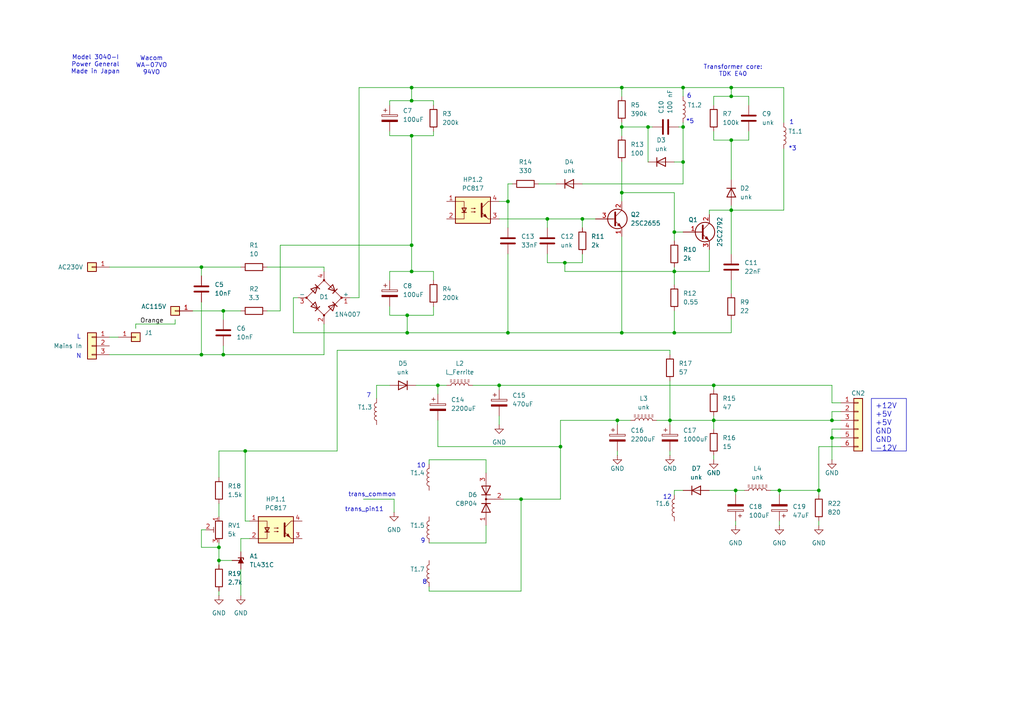
<source format=kicad_sch>
(kicad_sch (version 20231120) (generator "eeschema") (generator_version "8.0")
  (paper "A4")
  (title_block (company "JDat aka YL3AKC"))
  (lib_symbols
    (symbol "Connector_Generic:Conn_01x01" (pin_names (offset 1.016) hide)
      (property "Reference" "J" (at 0 2.54 0))
      (property "Value" "Conn_01x01" (at 0 -2.54 0))
      (symbol "Conn_01x01_1_1"
        (rectangle (start -1.27 0.127) (end 0 -0.127) (stroke (width 0.1524)))
        (rectangle (start -1.27 1.27) (end 1.27 -1.27) (stroke (width 0.254)) (fill (type background)))
        (pin passive line (at -5.08 0 0) (length 3.81) (name "Pin_1") (number "1"))
      )
    )
    (symbol "Connector_Generic:Conn_01x03" (pin_names (offset 1.016) hide)
      (property "Reference" "J" (at 0 5.08 0))
      (property "Value" "Conn_01x03" (at 0 -5.08 0))
      (symbol "Conn_01x03_1_1"
        (rectangle (start -1.27 -2.413) (end 0 -2.667) (stroke (width 0.1524)))
        (rectangle (start -1.27 0.127) (end 0 -0.127) (stroke (width 0.1524)))
        (rectangle (start -1.27 2.667) (end 0 2.413) (stroke (width 0.1524)))
        (rectangle (start -1.27 3.81) (end 1.27 -3.81) (stroke (width 0.254)) (fill (type background)))
        (pin passive line (at -5.08 2.54 0) (length 3.81) (name "Pin_1") (number "1"))
        (pin passive line (at -5.08 0 0) (length 3.81) (name "Pin_2") (number "2"))
        (pin passive line (at -5.08 -2.54 0) (length 3.81) (name "Pin_3") (number "3"))
      )
    )
    (symbol "Connector_Generic:Conn_01x06" (pin_names (offset 1.016) hide)
      (property "Reference" "J" (at 0 7.62 0))
      (property "Value" "Conn_01x06" (at 0 -10.16 0))
      (symbol "Conn_01x06_1_1"
        (rectangle (start -1.27 -7.493) (end 0 -7.747) (stroke (width 0.1524)))
        (rectangle (start -1.27 -4.953) (end 0 -5.207) (stroke (width 0.1524)))
        (rectangle (start -1.27 -2.413) (end 0 -2.667) (stroke (width 0.1524)))
        (rectangle (start -1.27 0.127) (end 0 -0.127) (stroke (width 0.1524)))
        (rectangle (start -1.27 2.667) (end 0 2.413) (stroke (width 0.1524)))
        (rectangle (start -1.27 5.207) (end 0 4.953) (stroke (width 0.1524)))
        (rectangle (start -1.27 6.35) (end 1.27 -8.89) (stroke (width 0.254)) (fill (type background)))
        (pin passive line (at -5.08 5.08 0) (length 3.81) (name "Pin_1") (number "1"))
        (pin passive line (at -5.08 2.54 0) (length 3.81) (name "Pin_2") (number "2"))
        (pin passive line (at -5.08 0 0) (length 3.81) (name "Pin_3") (number "3"))
        (pin passive line (at -5.08 -2.54 0) (length 3.81) (name "Pin_4") (number "4"))
        (pin passive line (at -5.08 -5.08 0) (length 3.81) (name "Pin_5") (number "5"))
        (pin passive line (at -5.08 -7.62 0) (length 3.81) (name "Pin_6") (number "6"))
      )
    )
    (symbol "Device:C" (pin_numbers hide) (pin_names (offset 0.254))
      (property "Reference" "C" (at 0.635 2.54 0))
      (property "Value" "C" (at 0.635 -2.54 0))
      (symbol "C_0_1"
        (polyline (pts (xy -2.032 -0.762) (xy 2.032 -0.762)) (stroke (width 0.508)))
        (polyline (pts (xy -2.032 0.762) (xy 2.032 0.762)) (stroke (width 0.508)))
      )
      (symbol "C_1_1"
        (pin passive line (at 0 3.81 270) (length 2.794) (name "~") (number "1"))
        (pin passive line (at 0 -3.81 90) (length 2.794) (name "~") (number "2"))
      )
    )
    (symbol "Device:C_Polarized" (pin_numbers hide) (pin_names (offset 0.254))
      (property "Reference" "C" (at 0.635 2.54 0))
      (property "Value" "C_Polarized" (at 0.635 -2.54 0))
      (symbol "C_Polarized_0_1"
        (rectangle (start -2.286 0.508) (end 2.286 1.016))
        (polyline (pts (xy -1.778 2.286) (xy -0.762 2.286)))
        (polyline (pts (xy -1.27 2.794) (xy -1.27 1.778)))
        (rectangle (start 2.286 -0.508) (end -2.286 -1.016) (fill (type outline)))
      )
      (symbol "C_Polarized_1_1"
        (pin passive line (at 0 3.81 270) (length 2.794) (name "~") (number "1"))
        (pin passive line (at 0 -3.81 90) (length 2.794) (name "~") (number "2"))
      )
    )
    (symbol "Device:D" (pin_numbers hide) (pin_names (offset 1.016) hide)
      (property "Reference" "D" (at 0 2.54 0))
      (property "Value" "D" (at 0 -2.54 0))
      (symbol "D_0_1"
        (polyline (pts (xy -1.27 1.27) (xy -1.27 -1.27)) (stroke (width 0.254)))
        (polyline (pts (xy 1.27 0) (xy -1.27 0)))
        (polyline (pts (xy 1.27 1.27) (xy 1.27 -1.27) (xy -1.27 0) (xy 1.27 1.27)) (stroke (width 0.254)))
      )
      (symbol "D_1_1"
        (pin passive line (at -3.81 0 0) (length 2.54) (name "K") (number "1"))
        (pin passive line (at 3.81 0 180) (length 2.54) (name "A") (number "2"))
      )
    )
    (symbol "Device:D_Bridge_+A-A" (pin_names (offset 0))
      (property "Reference" "D" (at 2.54 6.985 0))
      (property "Value" "D_Bridge_+A-A" (at 2.54 5.08 0))
      (symbol "D_Bridge_+A-A_0_1"
        (circle (center -5.08 0) (radius 0.254) (fill (type outline)))
        (circle (center 0 -5.08) (radius 0.254) (fill (type outline)))
        (polyline (pts (xy -2.54 3.81) (xy -1.27 2.54)) (stroke (width 0.254)))
        (polyline (pts (xy -1.27 -2.54) (xy -2.54 -3.81)) (stroke (width 0.254)))
        (polyline (pts (xy 2.54 -1.27) (xy 3.81 -2.54)) (stroke (width 0.254)))
        (polyline (pts (xy 2.54 1.27) (xy 3.81 2.54)) (stroke (width 0.254)))
        (polyline (pts (xy -3.81 2.54) (xy -2.54 1.27) (xy -1.905 3.175) (xy -3.81 2.54)) (stroke (width 0.254)))
        (polyline (pts (xy -2.54 -1.27) (xy -3.81 -2.54) (xy -1.905 -3.175) (xy -2.54 -1.27)) (stroke (width 0.254)))
        (polyline (pts (xy 1.27 2.54) (xy 2.54 3.81) (xy 3.175 1.905) (xy 1.27 2.54)) (stroke (width 0.254)))
        (polyline (pts (xy 3.175 -1.905) (xy 1.27 -2.54) (xy 2.54 -3.81) (xy 3.175 -1.905)) (stroke (width 0.254)))
        (polyline (pts (xy -5.08 0) (xy 0 -5.08) (xy 5.08 0) (xy 0 5.08) (xy -5.08 0)))
        (circle (center 0 5.08) (radius 0.254) (fill (type outline)))
        (circle (center 5.08 0) (radius 0.254) (fill (type outline)))
      )
      (symbol "D_Bridge_+A-A_1_1"
        (pin passive line (at 7.62 0 180) (length 2.54) (name "+") (number "1"))
        (pin passive line (at 0 -7.62 90) (length 2.54) (name "~") (number "2"))
        (pin passive line (at -7.62 0 0) (length 2.54) (name "-") (number "3"))
        (pin passive line (at 0 7.62 270) (length 2.54) (name "~") (number "4"))
      )
    )
    (symbol "Device:D_Dual_CommonCathode_AKA" (pin_names (offset 0.762) hide)
      (property "Reference" "D" (at 1.27 -2.54 0))
      (property "Value" "D_Dual_CommonCathode_AKA" (at 0 2.54 0))
      (symbol "D_Dual_CommonCathode_AKA_0_1"
        (polyline (pts (xy 0 0) (xy 0 -2.54)))
        (polyline (pts (xy 3.81 0) (xy -3.81 0)))
        (polyline (pts (xy -1.27 -1.27) (xy -1.27 1.27) (xy -1.27 1.27)) (stroke (width 0.254)))
        (polyline (pts (xy 1.27 -1.27) (xy 1.27 1.27) (xy 1.27 1.27)) (stroke (width 0.254)))
        (polyline (pts (xy -3.81 1.27) (xy -1.27 0) (xy -3.81 -1.27) (xy -3.81 1.27) (xy -3.81 1.27) (xy -3.81 1.27)) (stroke (width 0.254)))
        (polyline (pts (xy 3.81 -1.27) (xy 1.27 0) (xy 3.81 1.27) (xy 3.81 -1.27) (xy 3.81 -1.27) (xy 3.81 -1.27)) (stroke (width 0.254)))
        (circle (center 0 0) (radius 0.254) (fill (type outline)))
        (pin passive line (at -7.62 0 0) (length 3.81) (name "A") (number "1"))
        (pin passive line (at 0 -5.08 90) (length 2.54) (name "K") (number "2"))
        (pin passive line (at 7.62 0 180) (length 3.81) (name "A") (number "3"))
      )
    )
    (symbol "Device:L" (pin_numbers hide) (pin_names (offset 1.016) hide)
      (property "Reference" "L" (at -1.27 0 90))
      (property "Value" "L" (at 1.905 0 90))
      (symbol "L_0_1"
        (arc (start 0 -2.54) (mid 0.6323 -1.905) (end 0 -1.27))
        (arc (start 0 -1.27) (mid 0.6323 -0.635) (end 0 0))
        (arc (start 0 0) (mid 0.6323 0.635) (end 0 1.27))
        (arc (start 0 1.27) (mid 0.6323 1.905) (end 0 2.54))
      )
      (symbol "L_1_1"
        (pin passive line (at 0 3.81 270) (length 1.27) (name "1") (number "1"))
        (pin passive line (at 0 -3.81 90) (length 1.27) (name "2") (number "2"))
      )
    )
    (symbol "Device:L_Ferrite" (pin_numbers hide) (pin_names (offset 1.016) hide)
      (property "Reference" "L" (at -1.27 0 90))
      (property "Value" "L_Ferrite" (at 2.794 0 90))
      (symbol "L_Ferrite_0_1"
        (arc (start 0 -2.54) (mid 0.6323 -1.905) (end 0 -1.27))
        (arc (start 0 -1.27) (mid 0.6323 -0.635) (end 0 0))
        (polyline (pts (xy 1.016 -2.794) (xy 1.016 -2.286)))
        (polyline (pts (xy 1.016 -1.778) (xy 1.016 -1.27)))
        (polyline (pts (xy 1.016 -0.762) (xy 1.016 -0.254)))
        (polyline (pts (xy 1.016 0.254) (xy 1.016 0.762)))
        (polyline (pts (xy 1.016 1.27) (xy 1.016 1.778)))
        (polyline (pts (xy 1.016 2.286) (xy 1.016 2.794)))
        (polyline (pts (xy 1.524 -2.286) (xy 1.524 -2.794)))
        (polyline (pts (xy 1.524 -1.27) (xy 1.524 -1.778)))
        (polyline (pts (xy 1.524 -0.254) (xy 1.524 -0.762)))
        (polyline (pts (xy 1.524 0.762) (xy 1.524 0.254)))
        (polyline (pts (xy 1.524 1.778) (xy 1.524 1.27)))
        (polyline (pts (xy 1.524 2.794) (xy 1.524 2.286)))
        (arc (start 0 0) (mid 0.6323 0.635) (end 0 1.27))
        (arc (start 0 1.27) (mid 0.6323 1.905) (end 0 2.54))
      )
      (symbol "L_Ferrite_1_1"
        (pin passive line (at 0 3.81 270) (length 1.27) (name "1") (number "1"))
        (pin passive line (at 0 -3.81 90) (length 1.27) (name "2") (number "2"))
      )
    )
    (symbol "Device:R" (pin_numbers hide) (pin_names (offset 0))
      (property "Reference" "R" (at 2.032 0 90))
      (property "Value" "R" (at 0 0 90))
      (symbol "R_0_1"
        (rectangle (start -1.016 -2.54) (end 1.016 2.54) (stroke (width 0.254)))
      )
      (symbol "R_1_1"
        (pin passive line (at 0 3.81 270) (length 1.27) (name "~") (number "1"))
        (pin passive line (at 0 -3.81 90) (length 1.27) (name "~") (number "2"))
      )
    )
    (symbol "Device:R_Potentiometer_Trim" (pin_names (offset 1.016) hide)
      (property "Reference" "RV" (at -4.445 0 90))
      (property "Value" "R_Potentiometer_Trim" (at -2.54 0 90))
      (symbol "R_Potentiometer_Trim_0_1"
        (polyline (pts (xy 1.524 0.762) (xy 1.524 -0.762)))
        (polyline (pts (xy 2.54 0) (xy 1.524 0)))
        (rectangle (start 1.016 2.54) (end -1.016 -2.54) (stroke (width 0.254)))
      )
      (symbol "R_Potentiometer_Trim_1_1"
        (pin passive line (at 0 3.81 270) (length 1.27) (name "1") (number "1"))
        (pin passive line (at 3.81 0 180) (length 1.27) (name "2") (number "2"))
        (pin passive line (at 0 -3.81 90) (length 1.27) (name "3") (number "3"))
      )
    )
    (symbol "Isolator:PC817" (pin_names (offset 1.016))
      (property "Reference" "U" (at -5.08 5.08 0))
      (property "Value" "PC817" (at 0 5.08 0))
      (symbol "PC817_0_1"
        (rectangle (start -5.08 3.81) (end 5.08 -3.81) (stroke (width 0.254)) (fill (type background)))
        (polyline (pts (xy -3.175 -0.635) (xy -1.905 -0.635)) (stroke (width 0.254)))
        (polyline (pts (xy 2.54 0.635) (xy 4.445 2.54)))
        (polyline (pts (xy 4.445 -2.54) (xy 2.54 -0.635)) (fill (type outline)))
        (polyline (pts (xy 4.445 -2.54) (xy 5.08 -2.54)))
        (polyline (pts (xy 4.445 2.54) (xy 5.08 2.54)))
        (polyline (pts (xy -5.08 2.54) (xy -2.54 2.54) (xy -2.54 -0.635)))
        (polyline (pts (xy -2.54 -0.635) (xy -2.54 -2.54) (xy -5.08 -2.54)))
        (polyline (pts (xy 2.54 1.905) (xy 2.54 -1.905) (xy 2.54 -1.905)) (stroke (width 0.508)))
        (polyline (pts (xy -2.54 -0.635) (xy -3.175 0.635) (xy -1.905 0.635) (xy -2.54 -0.635)) (stroke (width 0.254)))
        (polyline (pts (xy -0.508 -0.508) (xy 0.762 -0.508) (xy 0.381 -0.635) (xy 0.381 -0.381) (xy 0.762 -0.508)))
        (polyline (pts (xy -0.508 0.508) (xy 0.762 0.508) (xy 0.381 0.381) (xy 0.381 0.635) (xy 0.762 0.508)))
        (polyline (pts (xy 3.048 -1.651) (xy 3.556 -1.143) (xy 4.064 -2.159) (xy 3.048 -1.651) (xy 3.048 -1.651)) (fill (type outline)))
      )
      (symbol "PC817_1_1"
        (pin passive line (at -7.62 2.54 0) (length 2.54) (name "~") (number "1"))
        (pin passive line (at -7.62 -2.54 0) (length 2.54) (name "~") (number "2"))
        (pin passive line (at 7.62 -2.54 180) (length 2.54) (name "~") (number "3"))
        (pin passive line (at 7.62 2.54 180) (length 2.54) (name "~") (number "4"))
      )
    )
    (symbol "Reference_Voltage:TL431LP" (pin_numbers hide) (pin_names hide)
      (property "Reference" "U" (at -2.54 2.54 0))
      (property "Value" "TL431LP" (at 0 -2.54 0))
      (symbol "TL431LP_0_1"
        (polyline (pts (xy -1.27 0) (xy 0 0) (xy 1.27 0)))
        (polyline (pts (xy -0.762 -0.762) (xy -0.762 0.762) (xy 0.762 0) (xy -0.762 -0.762)) (fill (type outline)))
        (polyline (pts (xy 0.254 -0.762) (xy 0.762 -0.762) (xy 0.762 0.762) (xy 0.762 0.762)) (stroke (width 0.254)))
      )
      (symbol "TL431LP_1_1"
        (pin passive line (at 0 2.54 270) (length 2.54) (name "REF") (number "1"))
        (pin passive line (at -2.54 0 0) (length 2.54) (name "A") (number "2"))
        (pin passive line (at 2.54 0 180) (length 2.54) (name "K") (number "3"))
      )
    )
    (symbol "Transistor_BJT:2SC1815" (pin_names (offset 0) hide)
      (property "Reference" "Q" (at 5.08 1.905 0))
      (property "Value" "2SC1815" (at 5.08 0 0))
      (symbol "2SC1815_0_1"
        (polyline (pts (xy 0 0) (xy 0.508 0)))
        (polyline (pts (xy 0.635 0.635) (xy 2.54 2.54)))
        (polyline (pts (xy 0.635 -0.635) (xy 2.54 -2.54) (xy 2.54 -2.54)))
        (polyline (pts (xy 0.635 1.905) (xy 0.635 -1.905) (xy 0.635 -1.905)) (stroke (width 0.508)))
        (polyline (pts (xy 1.27 -1.778) (xy 1.778 -1.27) (xy 2.286 -2.286) (xy 1.27 -1.778) (xy 1.27 -1.778)) (fill (type outline)))
        (circle (center 1.27 0) (radius 2.8194) (stroke (width 0.254)))
      )
      (symbol "2SC1815_1_1"
        (pin passive line (at 2.54 -5.08 90) (length 2.54) (name "E") (number "1"))
        (pin passive line (at 2.54 5.08 270) (length 2.54) (name "C") (number "2"))
        (pin input line (at -5.08 0 0) (length 5.08) (name "B") (number "3"))
      )
    )
    (symbol "Transistor_BJT:TIP3055G" (pin_names (offset 0) hide)
      (property "Reference" "Q" (at 5.08 1.905 0))
      (property "Value" "TIP3055G" (at 5.08 0 0))
      (symbol "TIP3055G_0_1"
        (polyline (pts (xy 0.635 0.635) (xy 2.54 2.54)))
        (polyline (pts (xy 0.635 -0.635) (xy 2.54 -2.54) (xy 2.54 -2.54)))
        (polyline (pts (xy 0.635 1.905) (xy 0.635 -1.905) (xy 0.635 -1.905)) (stroke (width 0.508)))
        (polyline (pts (xy 1.27 -1.778) (xy 1.778 -1.27) (xy 2.286 -2.286) (xy 1.27 -1.778) (xy 1.27 -1.778)) (fill (type outline)))
        (circle (center 1.27 0) (radius 2.8194) (stroke (width 0.254)))
      )
      (symbol "TIP3055G_1_1"
        (pin input line (at -5.08 0 0) (length 5.715) (name "B") (number "1"))
        (pin passive line (at 2.54 5.08 270) (length 2.54) (name "C") (number "2"))
        (pin passive line (at 2.54 -5.08 90) (length 2.54) (name "E") (number "3"))
      )
    )
    (symbol "power:GND" (power) (pin_numbers hide) (pin_names (offset 0) hide)
      (property "Value" "GND" (at 0 -3.81 0))
      (symbol "GND_0_1"
        (polyline (pts (xy 0 0) (xy 0 -1.27) (xy 1.27 -1.27) (xy 0 -2.54) (xy -1.27 -1.27) (xy 0 -1.27)))
      )
      (symbol "GND_1_1"
        (pin power_in line (at 0 0 270) (length 0) (name "~") (number "1"))
      )
    )
  )
  (junction (at 64.77 90.17))
  (junction (at 158.75 63.5))
  (junction (at 163.83 76.2))
  (junction (at 118.11 96.52))
  (junction (at 180.34 25.4))
  (junction (at 212.09 60.96))
  (junction (at 151.13 144.78))
  (junction (at 195.58 67.31))
  (junction (at 168.91 63.5))
  (junction (at 180.34 55.88))
  (junction (at 147.32 96.52))
  (junction (at 187.96 36.83))
  (junction (at 119.38 78.74))
  (junction (at 213.36 142.24))
  (junction (at 198.12 46.99))
  (junction (at 237.49 142.24))
  (junction (at 212.09 27.94))
  (junction (at 119.38 71.12))
  (junction (at 64.77 102.87))
  (junction (at 198.12 36.83))
  (junction (at 58.42 77.47))
  (junction (at 119.38 25.4))
  (junction (at 195.58 78.74))
  (junction (at 226.06 142.24))
  (junction (at 241.3 127))
  (junction (at 119.38 29.21))
  (junction (at 162.56 129.54))
  (junction (at 180.34 96.52))
  (junction (at 207.01 121.92))
  (junction (at 198.12 25.4))
  (junction (at 194.31 121.92))
  (junction (at 71.12 130.81))
  (junction (at 63.5 162.56))
  (junction (at 58.42 102.87))
  (junction (at 63.5 158.75))
  (junction (at 147.32 58.42))
  (junction (at 212.09 25.4))
  (junction (at 241.3 121.92))
  (junction (at 127 111.76))
  (junction (at 207.01 111.76))
  (junction (at 212.09 40.64))
  (junction (at 179.07 121.92))
  (junction (at 180.34 36.83))
  (junction (at 118.11 91.44))
  (junction (at 144.78 111.76))
  (junction (at 119.38 39.37))
  (junction (at 195.58 96.52))
  (wire (pts (xy 195.58 78.74) (xy 205.74 78.74)))
  (wire (pts (xy 163.83 76.2) (xy 163.83 78.74)))
  (wire (pts (xy 194.31 132.08) (xy 194.31 130.81)))
  (wire (pts (xy 97.79 130.81) (xy 71.12 130.81)))
  (wire (pts (xy 187.96 36.83) (xy 189.23 36.83)))
  (wire (pts (xy 195.58 90.17) (xy 195.58 96.52)))
  (wire (pts (xy 63.5 146.05) (xy 63.5 149.86)))
  (wire (pts (xy 198.12 36.83) (xy 198.12 35.56)))
  (wire (pts (xy 63.5 157.48) (xy 63.5 158.75)))
  (wire (pts (xy 168.91 73.66) (xy 168.91 76.2)))
  (wire (pts (xy 59.69 153.67) (xy 58.42 153.67)))
  (wire (pts (xy 241.3 127) (xy 243.84 127)))
  (wire (pts (xy 205.74 142.24) (xy 213.36 142.24)))
  (wire (pts (xy 125.73 39.37) (xy 119.38 39.37)))
  (wire (pts (xy 168.91 63.5) (xy 172.72 63.5)))
  (wire (pts (xy 124.46 171.45) (xy 124.46 170.18)))
  (wire (pts (xy 105.41 144.78) (xy 114.3 144.78)))
  (wire (pts (xy 137.16 111.76) (xy 144.78 111.76)))
  (wire (pts (xy 64.77 90.17) (xy 69.85 90.17)))
  (wire (pts (xy 241.3 116.84) (xy 241.3 111.76)))
  (wire (pts (xy 207.01 121.92) (xy 194.31 121.92)))
  (wire (pts (xy 158.75 63.5) (xy 168.91 63.5)))
  (wire (pts (xy 104.14 25.4) (xy 104.14 86.36)))
  (wire (pts (xy 195.58 77.47) (xy 195.58 78.74)))
  (wire (pts (xy 180.34 25.4) (xy 198.12 25.4)))
  (wire (pts (xy 217.17 40.64) (xy 212.09 40.64)))
  (wire (pts (xy 119.38 71.12) (xy 119.38 78.74)))
  (wire (pts (xy 120.65 111.76) (xy 127 111.76)))
  (wire (pts (xy 180.34 55.88) (xy 195.58 55.88)))
  (wire (pts (xy 226.06 142.24) (xy 237.49 142.24)))
  (wire (pts (xy 212.09 27.94) (xy 212.09 25.4)))
  (wire (pts (xy 213.36 142.24) (xy 213.36 143.51)))
  (wire (pts (xy 127 121.92) (xy 127 129.54)))
  (wire (pts (xy 158.75 76.2) (xy 163.83 76.2)))
  (wire (pts (xy 67.31 162.56) (xy 63.5 162.56)))
  (wire (pts (xy 114.3 144.78) (xy 114.3 148.59)))
  (wire (pts (xy 113.03 88.9) (xy 113.03 91.44)))
  (wire (pts (xy 215.9 142.24) (xy 213.36 142.24)))
  (wire (pts (xy 212.09 27.94) (xy 217.17 27.94)))
  (wire (pts (xy 156.21 53.34) (xy 161.29 53.34)))
  (wire (pts (xy 109.22 111.76) (xy 109.22 115.57)))
  (wire (pts (xy 243.84 116.84) (xy 241.3 116.84)))
  (wire (pts (xy 77.47 77.47) (xy 93.98 77.47)))
  (wire (pts (xy 194.31 121.92) (xy 194.31 123.19)))
  (wire (pts (xy 118.11 91.44) (xy 118.11 96.52)))
  (wire (pts (xy 144.78 63.5) (xy 158.75 63.5)))
  (wire (pts (xy 198.12 36.83) (xy 198.12 46.99)))
  (wire (pts (xy 223.52 142.24) (xy 226.06 142.24)))
  (wire (pts (xy 125.73 30.48) (xy 125.73 29.21)))
  (wire (pts (xy 127 129.54) (xy 162.56 129.54)))
  (wire (pts (xy 124.46 133.35) (xy 140.97 133.35)))
  (wire (pts (xy 226.06 143.51) (xy 226.06 142.24)))
  (wire (pts (xy 237.49 129.54) (xy 237.49 142.24)))
  (wire (pts (xy 162.56 121.92) (xy 162.56 129.54)))
  (wire (pts (xy 243.84 121.92) (xy 241.3 121.92)))
  (wire (pts (xy 187.96 36.83) (xy 187.96 46.99)))
  (wire (pts (xy 207.01 30.48) (xy 207.01 27.94)))
  (wire (pts (xy 69.85 156.21) (xy 69.85 160.02)))
  (wire (pts (xy 207.01 27.94) (xy 212.09 27.94)))
  (wire (pts (xy 72.39 151.13) (xy 71.12 151.13)))
  (wire (pts (xy 227.33 43.18) (xy 227.33 60.96)))
  (wire (pts (xy 207.01 40.64) (xy 207.01 38.1)))
  (wire (pts (xy 198.12 67.31) (xy 195.58 67.31)))
  (wire (pts (xy 180.34 58.42) (xy 180.34 55.88)))
  (wire (pts (xy 198.12 25.4) (xy 198.12 27.94)))
  (wire (pts (xy 207.01 120.65) (xy 207.01 121.92)))
  (wire (pts (xy 195.58 142.24) (xy 195.58 143.51)))
  (wire (pts (xy 180.34 46.99) (xy 180.34 55.88)))
  (wire (pts (xy 237.49 142.24) (xy 237.49 143.51)))
  (wire (pts (xy 34.29 97.79) (xy 31.75 97.79)))
  (wire (pts (xy 71.12 130.81) (xy 63.5 130.81)))
  (wire (pts (xy 194.31 110.49) (xy 194.31 121.92)))
  (wire (pts (xy 162.56 121.92) (xy 179.07 121.92)))
  (wire (pts (xy 237.49 129.54) (xy 243.84 129.54)))
  (wire (pts (xy 194.31 101.6) (xy 97.79 101.6)))
  (wire (pts (xy 158.75 63.5) (xy 158.75 66.04)))
  (wire (pts (xy 226.06 152.4) (xy 226.06 151.13)))
  (wire (pts (xy 212.09 40.64) (xy 207.01 40.64)))
  (wire (pts (xy 205.74 60.96) (xy 212.09 60.96)))
  (wire (pts (xy 64.77 90.17) (xy 64.77 92.71)))
  (wire (pts (xy 125.73 91.44) (xy 118.11 91.44)))
  (wire (pts (xy 212.09 92.71) (xy 212.09 96.52)))
  (wire (pts (xy 124.46 134.62) (xy 124.46 133.35)))
  (wire (pts (xy 205.74 72.39) (xy 205.74 78.74)))
  (wire (pts (xy 168.91 63.5) (xy 168.91 66.04)))
  (wire (pts (xy 163.83 78.74) (xy 195.58 78.74)))
  (wire (pts (xy 118.11 96.52) (xy 147.32 96.52)))
  (wire (pts (xy 125.73 29.21) (xy 119.38 29.21)))
  (wire (pts (xy 213.36 152.4) (xy 213.36 151.13)))
  (wire (pts (xy 119.38 39.37) (xy 119.38 71.12)))
  (wire (pts (xy 125.73 88.9) (xy 125.73 91.44)))
  (wire (pts (xy 31.75 102.87) (xy 58.42 102.87)))
  (wire (pts (xy 147.32 96.52) (xy 180.34 96.52)))
  (wire (pts (xy 58.42 80.01) (xy 58.42 77.47)))
  (wire (pts (xy 119.38 25.4) (xy 119.38 29.21)))
  (wire (pts (xy 93.98 77.47) (xy 93.98 78.74)))
  (wire (pts (xy 195.58 55.88) (xy 195.58 67.31)))
  (wire (pts (xy 196.85 36.83) (xy 198.12 36.83)))
  (wire (pts (xy 140.97 133.35) (xy 140.97 137.16)))
  (wire (pts (xy 127 111.76) (xy 127 114.3)))
  (wire (pts (xy 212.09 81.28) (xy 212.09 85.09)))
  (wire (pts (xy 119.38 39.37) (xy 113.03 39.37)))
  (wire (pts (xy 144.78 58.42) (xy 147.32 58.42)))
  (wire (pts (xy 125.73 81.28) (xy 125.73 78.74)))
  (wire (pts (xy 227.33 35.56) (xy 227.33 25.4)))
  (wire (pts (xy 144.78 111.76) (xy 207.01 111.76)))
  (wire (pts (xy 205.74 62.23) (xy 205.74 60.96)))
  (wire (pts (xy 198.12 25.4) (xy 212.09 25.4)))
  (wire (pts (xy 217.17 38.1) (xy 217.17 40.64)))
  (wire (pts (xy 207.01 121.92) (xy 207.01 124.46)))
  (wire (pts (xy 207.01 133.35) (xy 207.01 132.08)))
  (wire (pts (xy 195.58 67.31) (xy 195.58 69.85)))
  (wire (pts (xy 119.38 25.4) (xy 180.34 25.4)))
  (wire (pts (xy 104.14 86.36) (xy 101.6 86.36)))
  (wire (pts (xy 39.37 93.98) (xy 39.37 95.25)))
  (wire (pts (xy 85.09 96.52) (xy 118.11 96.52)))
  (wire (pts (xy 125.73 78.74) (xy 119.38 78.74)))
  (wire (pts (xy 58.42 158.75) (xy 63.5 158.75)))
  (wire (pts (xy 243.84 124.46) (xy 241.3 124.46)))
  (wire (pts (xy 71.12 151.13) (xy 71.12 130.81)))
  (wire (pts (xy 212.09 60.96) (xy 212.09 73.66)))
  (wire (pts (xy 63.5 130.81) (xy 63.5 138.43)))
  (wire (pts (xy 198.12 46.99) (xy 198.12 53.34)))
  (wire (pts (xy 147.32 58.42) (xy 147.32 66.04)))
  (wire (pts (xy 151.13 144.78) (xy 162.56 144.78)))
  (wire (pts (xy 113.03 111.76) (xy 109.22 111.76)))
  (wire (pts (xy 147.32 73.66) (xy 147.32 96.52)))
  (wire (pts (xy 180.34 68.58) (xy 180.34 96.52)))
  (wire (pts (xy 180.34 96.52) (xy 195.58 96.52)))
  (wire (pts (xy 180.34 36.83) (xy 180.34 39.37)))
  (wire (pts (xy 195.58 96.52) (xy 212.09 96.52)))
  (wire (pts (xy 64.77 102.87) (xy 93.98 102.87)))
  (wire (pts (xy 180.34 25.4) (xy 180.34 27.94)))
  (wire (pts (xy 162.56 129.54) (xy 162.56 144.78)))
  (wire (pts (xy 104.14 25.4) (xy 119.38 25.4)))
  (wire (pts (xy 241.3 119.38) (xy 243.84 119.38)))
  (wire (pts (xy 113.03 29.21) (xy 113.03 30.48)))
  (wire (pts (xy 31.75 77.47) (xy 58.42 77.47)))
  (wire (pts (xy 50.8 92.71) (xy 50.8 93.98)))
  (wire (pts (xy 63.5 158.75) (xy 63.5 162.56)))
  (wire (pts (xy 93.98 102.87) (xy 93.98 93.98)))
  (wire (pts (xy 158.75 73.66) (xy 158.75 76.2)))
  (wire (pts (xy 212.09 60.96) (xy 227.33 60.96)))
  (wire (pts (xy 168.91 53.34) (xy 198.12 53.34)))
  (wire (pts (xy 241.3 124.46) (xy 241.3 127)))
  (wire (pts (xy 198.12 142.24) (xy 195.58 142.24)))
  (wire (pts (xy 212.09 25.4) (xy 227.33 25.4)))
  (wire (pts (xy 241.3 127) (xy 241.3 133.35)))
  (wire (pts (xy 81.28 90.17) (xy 77.47 90.17)))
  (wire (pts (xy 147.32 53.34) (xy 148.59 53.34)))
  (wire (pts (xy 207.01 111.76) (xy 241.3 111.76)))
  (wire (pts (xy 179.07 132.08) (xy 179.07 130.81)))
  (wire (pts (xy 55.88 90.17) (xy 64.77 90.17)))
  (wire (pts (xy 207.01 111.76) (xy 207.01 113.03)))
  (wire (pts (xy 144.78 120.65) (xy 144.78 123.19)))
  (wire (pts (xy 113.03 78.74) (xy 113.03 81.28)))
  (wire (pts (xy 119.38 29.21) (xy 113.03 29.21)))
  (wire (pts (xy 241.3 121.92) (xy 241.3 119.38)))
  (wire (pts (xy 63.5 162.56) (xy 63.5 163.83)))
  (wire (pts (xy 85.09 86.36) (xy 85.09 96.52)))
  (wire (pts (xy 119.38 78.74) (xy 113.03 78.74)))
  (wire (pts (xy 81.28 90.17) (xy 81.28 71.12)))
  (wire (pts (xy 144.78 113.03) (xy 144.78 111.76)))
  (wire (pts (xy 58.42 153.67) (xy 58.42 158.75)))
  (wire (pts (xy 146.05 144.78) (xy 151.13 144.78)))
  (wire (pts (xy 69.85 165.1) (xy 69.85 172.72)))
  (wire (pts (xy 163.83 76.2) (xy 168.91 76.2)))
  (wire (pts (xy 63.5 171.45) (xy 63.5 172.72)))
  (wire (pts (xy 58.42 102.87) (xy 64.77 102.87)))
  (wire (pts (xy 151.13 171.45) (xy 151.13 144.78)))
  (wire (pts (xy 195.58 46.99) (xy 198.12 46.99)))
  (wire (pts (xy 125.73 38.1) (xy 125.73 39.37)))
  (wire (pts (xy 179.07 121.92) (xy 179.07 123.19)))
  (wire (pts (xy 190.5 121.92) (xy 194.31 121.92)))
  (wire (pts (xy 50.8 93.98) (xy 39.37 93.98)))
  (wire (pts (xy 129.54 111.76) (xy 127 111.76)))
  (wire (pts (xy 147.32 53.34) (xy 147.32 58.42)))
  (wire (pts (xy 81.28 71.12) (xy 119.38 71.12)))
  (wire (pts (xy 58.42 77.47) (xy 69.85 77.47)))
  (wire (pts (xy 217.17 27.94) (xy 217.17 30.48)))
  (wire (pts (xy 237.49 151.13) (xy 237.49 152.4)))
  (wire (pts (xy 58.42 87.63) (xy 58.42 102.87)))
  (wire (pts (xy 64.77 102.87) (xy 64.77 100.33)))
  (wire (pts (xy 180.34 36.83) (xy 187.96 36.83)))
  (wire (pts (xy 180.34 35.56) (xy 180.34 36.83)))
  (wire (pts (xy 118.11 91.44) (xy 113.03 91.44)))
  (wire (pts (xy 140.97 152.4) (xy 140.97 157.48)))
  (wire (pts (xy 97.79 101.6) (xy 97.79 130.81)))
  (wire (pts (xy 194.31 102.87) (xy 194.31 101.6)))
  (wire (pts (xy 113.03 38.1) (xy 113.03 39.37)))
  (wire (pts (xy 195.58 78.74) (xy 195.58 82.55)))
  (wire (pts (xy 207.01 121.92) (xy 241.3 121.92)))
  (wire (pts (xy 182.88 121.92) (xy 179.07 121.92)))
  (wire (pts (xy 72.39 156.21) (xy 69.85 156.21)))
  (wire (pts (xy 124.46 157.48) (xy 140.97 157.48)))
  (wire (pts (xy 212.09 59.69) (xy 212.09 60.96)))
  (wire (pts (xy 124.46 171.45) (xy 151.13 171.45)))
  (wire (pts (xy 212.09 40.64) (xy 212.09 52.07)))
  (wire (pts (xy 86.36 86.36) (xy 85.09 86.36)))
  (text_box "+12V\n+5V\n+5V\nGND\nGND\n-12V" (at 252.73 115.57 0) (size 10.16 15.24) (effects (font (size 1.524 1.524)) (justify left top)))
  (text "7" (at 106.934 114.808 0) (effects (font (size 1.27 1.27))))
  (text "9" (at 122.682 156.972 0) (effects (font (size 1.27 1.27))))
  (text "trans_pin11" (at 105.664 147.828 0) (effects (font (size 1.27 1.27))))
  (text "L" (at 22.86 97.79 0) (effects (font (size 1.27 1.27))))
  (text "Transformer core:\nTDK E40" (at 212.598 20.574 0) (effects (font (size 1.27 1.27))))
  (text "Wacom\nWA-07VO\n94VO" (at 43.942 19.05 0) (effects (font (size 1.27 1.27))))
  (text "*3" (at 229.87 43.18 0) (effects (font (size 1.27 1.27))))
  (text "*5" (at 200.152 35.306 0) (effects (font (size 1.27 1.27))))
  (text "N" (at 22.86 103.378 0) (effects (font (size 1.27 1.27))))
  (text "8" (at 123.19 168.91 0) (effects (font (size 1.27 1.27))))
  (text "Model 3040-I\nPower General\nMade in Japan" (at 27.686 18.796 0) (effects (font (size 1.27 1.27))))
  (text "12" (at 193.548 144.272 0) (effects (font (size 1.27 1.27))))
  (text "trans_common" (at 107.95 143.51 0) (effects (font (size 1.27 1.27))))
  (text "1" (at 229.616 35.56 0) (effects (font (size 1.27 1.27))))
  (text "6" (at 199.898 27.94 0) (effects (font (size 1.27 1.27))))
  (text "10" (at 122.174 135.128 0) (effects (font (size 1.27 1.27))))
  (label "Orange" (at 40.64 93.98 0))
  (symbol (lib_id "Device:C") (at 147.32 69.85 0) (unit 1)
    (property "Reference" "C13" (at 151.13 68.5799 0) (effects (justify left)))
    (property "Value" "33nF" (at 151.13 71.1199 0) (effects (justify left)))
    (property "Footprint" "Capacitor_THT:C_Rect_L10.0mm_W2.5mm_P7.50mm_MKS4" (effects (hide yes)))
  )
  (symbol (lib_id "Device:C_Polarized") (at 127 118.11 0) (unit 1)
    (property "Reference" "C14" (at 130.81 115.9509 0) (effects (justify left)))
    (property "Value" "2200uF" (at 130.81 118.4909 0) (effects (justify left)))
    (property "Footprint" "Capacitor_THT:CP_Radial_D18.0mm_P7.50mm" (effects (hide yes)))
    (property "Description" "Polarized capacitor" (effects (hide yes)))
    (property "Voltage" "16V" (effects (hide yes)))
    (property "Temperature" "105 Celsius" (effects (hide yes)))
    (property "Dimensions" "Dia: 16mm; Height: 26mm; Leads: 9.5mm" (effects (hide yes)))
    (property "Manufacturer" "Marcom" (effects (hide yes)))
  )
  (symbol (lib_id "Device:D") (at 191.77 46.99 0) (unit 1)
    (property "Reference" "D3" (at 191.77 40.64 0))
    (property "Value" "unk" (at 191.77 43.18 0))
    (property "Description" "Diode Shotky?" (effects (hide yes)))
    (property "Sim.Device" "D" (effects (hide yes)))
    (property "Sim.Pins" "1=K 2=A" (effects (hide yes)))
  )
  (symbol (lib_id "Device:L") (at 124.46 138.43 0) (mirror y) (unit 1)
    (property "Reference" "T1.4" (at 123.19 137.1599 0) (effects (justify left)))
    (property "Description" "Switching mode transformer" (effects (hide yes)))
  )
  (symbol (lib_id "Device:R") (at 125.73 34.29 0) (unit 1)
    (property "Reference" "R3" (at 128.27 33.0199 0) (effects (justify left)))
    (property "Value" "200k" (at 128.27 35.5599 0) (effects (justify left)))
    (property "Footprint" "Resistor_THT:R_Axial_DIN0411_L9.9mm_D3.6mm_P7.62mm_Vertical" (effects (hide yes)))
    (property "Description" "Resistor, carbon" (effects (hide yes)))
    (property "Power" "0.5W" (effects (hide yes)))
    (property "Tolerance" "5%" (effects (hide yes)))
  )
  (symbol (lib_id "Connector_Generic:Conn_01x01") (at 26.67 77.47 0) (mirror y) (unit 1)
    (property "Reference" "J9" (effects (hide yes)))
    (property "Value" "AC230V" (at 24.13 77.4699 0) (effects (justify left)))
    (property "Description" "Generic connector, single row, 01x01, script generated (kicad-library-utils/schlib/autogen/connector/)" (effects (hide yes)))
  )
  (symbol (lib_id "Device:R") (at 212.09 88.9 0) (unit 1)
    (property "Reference" "R9" (at 214.63 87.6299 0) (effects (justify left)))
    (property "Value" "22" (at 214.63 90.1699 0) (effects (justify left)))
    (property "Footprint" "Resistor_THT:R_Axial_Power_L25.0mm_W6.4mm_P27.94mm" (effects (hide yes)))
    (property "Description" "Resistor" (effects (hide yes)))
    (property "Power" "0.5W" (effects (hide yes)))
  )
  (symbol (lib_id "Device:L") (at 195.58 147.32 0) (mirror y) (unit 1)
    (property "Reference" "T1.6" (at 194.31 146.0499 0) (effects (justify left)))
    (property "Description" "Switching mode transformer" (effects (hide yes)))
  )
  (symbol (lib_id "Device:C") (at 212.09 77.47 0) (unit 1)
    (property "Reference" "C11" (at 215.9 76.1999 0) (effects (justify left)))
    (property "Value" "22nF" (at 215.9 78.7399 0) (effects (justify left)))
    (property "Footprint" "Capacitor_THT:C_Rect_L10.0mm_W2.5mm_P7.50mm_MKS4" (effects (hide yes)))
    (property "Description" "blue radial capacitor" (effects (hide yes)))
    (property "Voltage" "1kV" (effects (hide yes)))
  )
  (symbol (lib_id "Connector_Generic:Conn_01x06") (at 248.92 121.92 0) (unit 1)
    (property "Reference" "CN2" (at 246.888 114.046 0) (effects (justify left)))
    (property "Value" "Conn_01x06" (effects (hide yes)))
    (property "Footprint" "Connector_JST:JST_VH_B6P-VH-B_1x06_P3.96mm_Vertical" (effects (hide yes)))
    (property "Description" "Generic connector, single row, 01x06, script generated (kicad-library-utils/schlib/autogen/connector/)" (effects (hide yes)))
  )
  (symbol (lib_id "power:GND") (at 241.3 133.35 0) (unit 1)
    (property "Reference" "#PWR01" (effects (hide yes)))
    (property "Value" "GND" (at 241.3 137.16 0))
    (property "Description" "Power symbol creates a global label with name \"GND\" , ground" (effects (hide yes)))
  )
  (symbol (lib_id "Connector_Generic:Conn_01x01") (at 50.8 90.17 0) (mirror y) (unit 1)
    (property "Reference" "AC115V" (at 48.26 88.8999 0) (effects (justify left)))
    (property "Description" "Generic connector, single row, 01x01, script generated (kicad-library-utils/schlib/autogen/connector/)" (effects (hide yes)))
  )
  (symbol (lib_id "Device:C_Polarized") (at 213.36 147.32 180) (unit 1)
    (property "Reference" "C18" (at 217.17 146.9389 0) (effects (justify right)))
    (property "Value" "100uF" (at 217.17 149.4789 0) (effects (justify right)))
    (property "Footprint" "Capacitor_THT:CP_Radial_D18.0mm_P7.50mm" (effects (hide yes)))
    (property "Description" "Polarized capacitor" (effects (hide yes)))
    (property "Voltage" "25V" (effects (hide yes)))
    (property "Temperature" "105 Celsius" (effects (hide yes)))
    (property "Dimensions" "Dia: 8mm; Height: 13mm; Leads: 6.5mm" (effects (hide yes)))
    (property "Manufacturer" "Marcom" (effects (hide yes)))
  )
  (symbol (lib_id "Device:R") (at 207.01 128.27 0) (unit 1)
    (property "Reference" "R16" (at 209.55 126.9999 0) (effects (justify left)))
    (property "Value" "15" (at 209.55 129.5399 0) (effects (justify left)))
    (property "Footprint" "Resistor_THT:R_Axial_DIN0411_L9.9mm_D3.6mm_P7.62mm_Vertical" (effects (hide yes)))
    (property "Description" "Resistor" (effects (hide yes)))
    (property "Power" "1W" (effects (hide yes)))
  )
  (symbol (lib_id "Device:R") (at 125.73 85.09 0) (unit 1)
    (property "Reference" "R4" (at 128.27 83.8199 0) (effects (justify left)))
    (property "Value" "200k" (at 128.27 86.3599 0) (effects (justify left)))
    (property "Footprint" "Resistor_THT:R_Axial_DIN0411_L9.9mm_D3.6mm_P7.62mm_Vertical" (effects (hide yes)))
    (property "Description" "Resistor, carbon" (effects (hide yes)))
    (property "Power" "0.5W" (effects (hide yes)))
    (property "Tolerance" "5%" (effects (hide yes)))
  )
  (symbol (lib_id "Device:C_Polarized") (at 113.03 34.29 0) (unit 1)
    (property "Reference" "C7" (at 116.84 32.1309 0) (effects (justify left)))
    (property "Value" "100uF" (at 116.84 34.6709 0) (effects (justify left)))
    (property "Footprint" "Capacitor_THT:CP_Radial_D18.0mm_P7.50mm" (effects (hide yes)))
    (property "Description" "Polarized capacitor" (effects (hide yes)))
    (property "Voltage" "200V" (effects (hide yes)))
    (property "Temperature" "105 Celsius" (effects (hide yes)))
    (property "Dimensions" "Dia: 18mm; Height: 35mm; Leads: 7.5mm" (effects (hide yes)))
    (property "Manufacturer" "Marcom" (effects (hide yes)))
  )
  (symbol (lib_id "Device:R") (at 195.58 86.36 0) (unit 1) (in_bom no)
    (property "Reference" "R12" (at 198.12 85.0899 0) (effects (justify left)))
    (property "Value" "0.55" (at 198.12 87.6299 0) (effects (justify left)))
    (property "Footprint" "Resistor_THT:R_Axial_DIN0411_L9.9mm_D3.6mm_P7.62mm_Vertical" (effects (hide yes)))
    (property "Description" "Resistor" (effects (hide yes)))
    (property "Power" "2W" (effects (hide yes)))
  )
  (symbol (lib_id "Device:C_Polarized") (at 144.78 116.84 0) (unit 1)
    (property "Reference" "C15" (at 148.59 114.6809 0) (effects (justify left)))
    (property "Value" "470uF" (at 148.59 117.2209 0) (effects (justify left)))
    (property "Footprint" "Capacitor_THT:CP_Radial_D18.0mm_P7.50mm" (effects (hide yes)))
    (property "Description" "Polarized capacitor" (effects (hide yes)))
    (property "Voltage" "25V" (effects (hide yes)))
    (property "Temperature" "105 Celsius" (effects (hide yes)))
    (property "Dimensions" "Dia: 13mm; Height: 21mm; Leads: 6.5mm" (effects (hide yes)))
    (property "Manufacturer" "Marcom" (effects (hide yes)))
  )
  (symbol (lib_id "Device:C") (at 64.77 96.52 0) (unit 1)
    (property "Reference" "C6" (at 68.58 95.2499 0) (effects (justify left)))
    (property "Value" "10nF" (at 68.58 97.7899 0) (effects (justify left)))
    (property "Footprint" "Capacitor_THT:C_Rect_L10.0mm_W2.5mm_P7.50mm_MKS4" (effects (hide yes)))
    (property "Description" "2J103K 3N" (effects (hide yes)))
    (property "Voltage" "630V" (effects (hide yes)))
    (property "Techology" "Mylar polyester film" (effects (hide yes)))
  )
  (symbol (lib_id "Device:C") (at 158.75 69.85 0) (unit 1)
    (property "Reference" "C12" (at 162.56 68.5799 0) (effects (justify left)))
    (property "Value" "unk" (at 162.56 71.1199 0) (effects (justify left)))
    (property "Footprint" "Capacitor_THT:C_Rect_L10.0mm_W2.5mm_P7.50mm_MKS4" (effects (hide yes)))
    (property "Description" "blue radial small capacitor" (effects (hide yes)))
  )
  (symbol (lib_id "Device:R") (at 152.4 53.34 270) (unit 1)
    (property "Reference" "R14" (at 152.4 46.99 90))
    (property "Value" "330" (at 152.4 49.53 90))
    (property "Footprint" "Resistor_THT:R_Axial_Power_L25.0mm_W6.4mm_P27.94mm" (effects (hide yes)))
    (property "Description" "Resistor, carbon" (effects (hide yes)))
    (property "Power" "0.125W" (effects (hide yes)))
  )
  (symbol (lib_id "power:GND") (at 63.5 172.72 0) (unit 1)
    (property "Reference" "#PWR010" (effects (hide yes)))
    (property "Value" "GND" (at 63.5 177.8 0))
    (property "Description" "Power symbol creates a global label with name \"GND\" , ground" (effects (hide yes)))
  )
  (symbol (lib_id "Device:C") (at 193.04 36.83 90) (unit 1)
    (property "Reference" "C10" (at 191.7699 33.02 0) (effects (justify left)))
    (property "Value" "100 nF" (at 194.3099 33.02 0) (effects (justify left)))
    (property "Footprint" "Capacitor_THT:C_Rect_L10.0mm_W2.5mm_P7.50mm_MKS4" (effects (hide yes)))
    (property "Description" "classic disk ceramic capacitor" (effects (hide yes)))
    (property "Voltage" "25V" (effects (hide yes)))
    (property "Techology" "ceramic?" (effects (hide yes)))
  )
  (symbol (lib_id "Device:D") (at 116.84 111.76 180) (unit 1)
    (property "Reference" "D5" (at 116.84 105.41 0))
    (property "Value" "unk" (at 116.84 107.95 0))
    (property "Footprint" "Diode_THT:D_P600_R-6_P7.62mm_Vertical_KathodeUp" (effects (hide yes)))
    (property "Description" "Diode" (effects (hide yes)))
    (property "Sim.Device" "D" (effects (hide yes)))
    (property "Sim.Pins" "1=K 2=A" (effects (hide yes)))
  )
  (symbol (lib_id "Device:L") (at 198.12 31.75 0) (unit 1)
    (property "Reference" "T1.2" (at 199.39 30.4799 0) (effects (justify left)))
    (property "Description" "Switching mode transformer" (effects (hide yes)))
  )
  (symbol (lib_id "Device:D") (at 201.93 142.24 0) (unit 1)
    (property "Reference" "D7" (at 201.93 135.89 0))
    (property "Value" "unk" (at 201.93 138.43 0))
    (property "Description" "Diode Shotky?" (effects (hide yes)))
    (property "Sim.Device" "D" (effects (hide yes)))
    (property "Sim.Pins" "1=K 2=A" (effects (hide yes)))
  )
  (symbol (lib_id "power:GND") (at 226.06 152.4 0) (unit 1)
    (property "Reference" "#PWR04" (effects (hide yes)))
    (property "Value" "GND" (at 226.06 157.48 0))
    (property "Description" "Power symbol creates a global label with name \"GND\" , ground" (effects (hide yes)))
  )
  (symbol (lib_id "Device:D_Dual_CommonCathode_AKA") (at 140.97 144.78 90) (unit 1)
    (property "Reference" "D6" (at 138.43 143.5099 90) (effects (justify left)))
    (property "Value" "C8P04" (at 138.43 146.0499 90) (effects (justify left)))
    (property "Footprint" "Package_TO_SOT_THT:TO-220-3_Vertical" (effects (hide yes)))
    (property "Description" "Dual diode, common cathode on pin 2" (effects (hide yes)))
  )
  (symbol (lib_id "Device:R") (at 73.66 77.47 90) (unit 1)
    (property "Reference" "R1" (at 73.66 71.12 90))
    (property "Value" "10" (at 73.66 73.66 90))
    (property "Footprint" "Resistor_THT:R_Radial_Power_L7.0mm_W8.0mm_Px2.40mm_Py2.30mm" (effects (hide yes)))
    (property "Description" "Resistor" (effects (hide yes)))
    (property "Power" "5W" (effects (hide yes)))
  )
  (symbol (lib_id "Device:C_Polarized") (at 194.31 127 0) (unit 1)
    (property "Reference" "C17" (at 198.12 124.8409 0) (effects (justify left)))
    (property "Value" "1000uF" (at 198.12 127.3809 0) (effects (justify left)))
    (property "Footprint" "Capacitor_THT:CP_Radial_D18.0mm_P7.50mm" (effects (hide yes)))
    (property "Description" "Polarized capacitor" (effects (hide yes)))
    (property "Voltage" "16V" (effects (hide yes)))
    (property "Temperature" "105 Celsius" (effects (hide yes)))
    (property "Dimensions" "Dia: 13mm; Height: 26mm; Leads: 9.5mm" (effects (hide yes)))
    (property "Manufacturer" "Marcom" (effects (hide yes)))
  )
  (symbol (lib_id "Device:L") (at 227.33 39.37 0) (unit 1)
    (property "Reference" "T1.1" (at 228.6 38.0999 0) (effects (justify left)))
    (property "Description" "Switching mode transformer" (effects (hide yes)))
  )
  (symbol (lib_id "Isolator:PC817") (at 137.16 60.96 0) (unit 1)
    (property "Reference" "HP1.2" (at 137.16 52.07 0))
    (property "Value" "PC817" (at 137.16 54.61 0))
    (property "Footprint" "Package_DIP:DIP-4_W7.62mm" (effects (hide yes)))
    (property "Datasheet" "http://www.soselectronic.cz/a_info/resource/d/pc817.pdf" (effects (hide yes)))
    (property "Description" "DC Optocoupler, Vce 35V, CTR 50-300%, DIP-4" (effects (hide yes)))
  )
  (symbol (lib_id "power:GND") (at 179.07 132.08 0) (unit 1)
    (property "Reference" "#PWR08" (effects (hide yes)))
    (property "Value" "GND" (at 179.07 135.89 0))
    (property "Description" "Power symbol creates a global label with name \"GND\" , ground" (effects (hide yes)))
  )
  (symbol (lib_id "Isolator:PC817") (at 80.01 153.67 0) (unit 1)
    (property "Reference" "HP1.1" (at 80.01 144.78 0))
    (property "Value" "PC817" (at 80.01 147.32 0))
    (property "Footprint" "Package_DIP:DIP-4_W7.62mm" (effects (hide yes)))
    (property "Datasheet" "http://www.soselectronic.cz/a_info/resource/d/pc817.pdf" (effects (hide yes)))
    (property "Description" "DC Optocoupler, Vce 35V, CTR 50-300%, DIP-4" (effects (hide yes)))
  )
  (symbol (lib_id "Device:D_Bridge_+A-A") (at 93.98 86.36 0) (unit 1)
    (property "Reference" "D1" (at 93.98 86.106 0))
    (property "Value" "1N4007" (at 100.838 91.186 0))
  )
  (symbol (lib_id "Transistor_BJT:2SC1815") (at 177.8 63.5 0) (unit 1)
    (property "Reference" "Q2" (at 182.88 62.2299 0) (effects (justify left)))
    (property "Value" "2SC2655" (at 182.88 64.7699 0) (effects (justify left)))
    (property "Footprint" "Package_TO_SOT_THT:TO-92MOD" (effects (hide yes)))
    (property "Datasheet" "https://media.digikey.com/pdf/Data%20Sheets/Toshiba%20PDFs/2SC2655.pdf" (effects (hide yes)))
    (property "Description" "2A Ic, 50V Vce, NPN Transistor, TO-92MOD" (effects (hide yes)))
    (property "Manufacturer" "Probably Toshiba" (effects (hide yes)))
  )
  (symbol (lib_id "Device:R") (at 180.34 31.75 0) (unit 1)
    (property "Reference" "R5" (at 182.88 30.4799 0) (effects (justify left)))
    (property "Value" "390k" (at 182.88 33.0199 0) (effects (justify left)))
    (property "Footprint" "Resistor_THT:R_Axial_Power_L25.0mm_W6.4mm_P27.94mm" (effects (hide yes)))
    (property "Description" "Resistor" (effects (hide yes)))
    (property "Power" "0.5W" (effects (hide yes)))
  )
  (symbol (lib_id "power:GND") (at 69.85 172.72 0) (unit 1)
    (property "Reference" "#PWR09" (effects (hide yes)))
    (property "Value" "GND" (at 69.85 177.8 0))
    (property "Description" "Power symbol creates a global label with name \"GND\" , ground" (effects (hide yes)))
  )
  (symbol (lib_id "Device:R") (at 63.5 142.24 0) (unit 1)
    (property "Reference" "R18" (at 66.04 140.9699 0) (effects (justify left)))
    (property "Value" "1.5k" (at 66.04 143.5099 0) (effects (justify left)))
    (property "Footprint" "Resistor_THT:R_Axial_Power_L25.0mm_W6.4mm_P27.94mm" (effects (hide yes)))
    (property "Description" "Resistor, carbon" (effects (hide yes)))
    (property "Power" "0.125W" (effects (hide yes)))
  )
  (symbol (lib_id "power:GND") (at 194.31 132.08 0) (unit 1)
    (property "Reference" "#PWR06" (effects (hide yes)))
    (property "Value" "GND" (at 194.31 135.89 0))
    (property "Description" "Power symbol creates a global label with name \"GND\" , ground" (effects (hide yes)))
  )
  (symbol (lib_id "power:GND") (at 114.3 148.59 0) (unit 1)
    (property "Reference" "#PWR011" (effects (hide yes)))
    (property "Value" "GND" (at 114.3 153.67 0))
    (property "Description" "Power symbol creates a global label with name \"GND\" , ground" (effects (hide yes)))
  )
  (symbol (lib_id "Device:L_Ferrite") (at 186.69 121.92 90) (unit 1)
    (property "Reference" "L3" (at 186.69 115.57 90))
    (property "Value" "unk" (at 186.69 118.11 90))
    (property "Footprint" "Inductor_SMD:L_6.3x6.3_H3" (effects (hide yes)))
    (property "Description" "Inductor with ferrite core" (effects (hide yes)))
  )
  (symbol (lib_id "Transistor_BJT:TIP3055G") (at 203.2 67.31 0) (unit 1)
    (property "Reference" "Q1" (at 199.644 63.754 0) (effects (justify left)))
    (property "Value" "2SC2792" (at 208.788 71.628 90) (effects (justify left)))
    (property "Footprint" "Package_TO_SOT_THT:TO-3PB-3_Horizontal_TabDown" (effects (hide yes)))
    (property "Description" "T on case, probably Toshiba." (effects (hide yes)))
  )
  (symbol (lib_id "Device:L") (at 124.46 166.37 0) (mirror y) (unit 1)
    (property "Reference" "T1.7" (at 123.19 165.0999 0) (effects (justify left)))
    (property "Description" "Switching mode transformer" (effects (hide yes)))
  )
  (symbol (lib_id "Device:R") (at 168.91 69.85 0) (unit 1)
    (property "Reference" "R11" (at 171.45 68.5799 0) (effects (justify left)))
    (property "Value" "2k" (at 171.45 71.1199 0) (effects (justify left)))
    (property "Footprint" "Resistor_THT:R_Axial_Power_L25.0mm_W6.4mm_P27.94mm" (effects (hide yes)))
    (property "Description" "Resistor, carbon" (effects (hide yes)))
    (property "Power" "0.125W" (effects (hide yes)))
    (property "Tolerance" "5%" (effects (hide yes)))
  )
  (symbol (lib_id "Device:R") (at 63.5 167.64 0) (unit 1)
    (property "Reference" "R19" (at 66.04 166.3699 0) (effects (justify left)))
    (property "Value" "2.7k" (at 66.04 168.9099 0) (effects (justify left)))
    (property "Footprint" "Resistor_THT:R_Axial_Power_L25.0mm_W6.4mm_P27.94mm" (effects (hide yes)))
    (property "Description" "Resistor, carbon" (effects (hide yes)))
    (property "Power" "0.125W" (effects (hide yes)))
  )
  (symbol (lib_id "Device:R") (at 73.66 90.17 90) (unit 1)
    (property "Reference" "R2" (at 73.66 83.82 90))
    (property "Value" "3.3" (at 73.66 86.36 90))
    (property "Footprint" "Resistor_THT:R_Radial_Power_L7.0mm_W8.0mm_Px2.40mm_Py2.30mm" (effects (hide yes)))
    (property "Description" "Resistor" (effects (hide yes)))
    (property "Power" "5W" (effects (hide yes)))
  )
  (symbol (lib_id "Device:D") (at 212.09 55.88 270) (unit 1)
    (property "Reference" "D2" (at 214.63 54.6099 90) (effects (justify left)))
    (property "Value" "unk" (at 214.63 57.1499 90) (effects (justify left)))
    (property "Description" "unknown component with D markin on silk; package similar to 1N4007; 2 stripes as marking; 0.45V drop" (effects (hide yes)))
    (property "Sim.Device" "D" (effects (hide yes)))
    (property "Sim.Pins" "1=K 2=A" (effects (hide yes)))
  )
  (symbol (lib_id "power:GND") (at 144.78 123.19 0) (unit 1)
    (property "Reference" "#PWR02" (effects (hide yes)))
    (property "Value" "GND" (at 144.78 128.27 0))
    (property "Description" "Power symbol creates a global label with name \"GND\" , ground" (effects (hide yes)))
  )
  (symbol (lib_id "power:GND") (at 237.49 152.4 0) (unit 1)
    (property "Reference" "#PWR03" (effects (hide yes)))
    (property "Value" "GND" (at 237.49 157.48 0))
    (property "Description" "Power symbol creates a global label with name \"GND\" , ground" (effects (hide yes)))
  )
  (symbol (lib_id "Device:L") (at 109.22 119.38 0) (mirror y) (unit 1)
    (property "Reference" "T1.3" (at 107.95 118.1099 0) (effects (justify left)))
    (property "Description" "Switching mode transformer" (effects (hide yes)))
  )
  (symbol (lib_id "power:GND") (at 207.01 133.35 0) (unit 1)
    (property "Reference" "#PWR07" (effects (hide yes)))
    (property "Value" "GND" (at 207.01 137.16 0))
    (property "Description" "Power symbol creates a global label with name \"GND\" , ground" (effects (hide yes)))
  )
  (symbol (lib_id "power:GND") (at 213.36 152.4 0) (unit 1)
    (property "Reference" "#PWR05" (effects (hide yes)))
    (property "Value" "GND" (at 213.36 157.48 0))
    (property "Description" "Power symbol creates a global label with name \"GND\" , ground" (effects (hide yes)))
  )
  (symbol (lib_id "Device:R") (at 207.01 116.84 0) (unit 1)
    (property "Reference" "R15" (at 209.55 115.5699 0) (effects (justify left)))
    (property "Value" "47" (at 209.55 118.1099 0) (effects (justify left)))
    (property "Footprint" "Resistor_THT:R_Axial_DIN0411_L9.9mm_D3.6mm_P7.62mm_Vertical" (effects (hide yes)))
    (property "Description" "Resistor" (effects (hide yes)))
    (property "Power" "1W" (effects (hide yes)))
  )
  (symbol (lib_id "Device:R") (at 207.01 34.29 0) (unit 1)
    (property "Reference" "R7" (at 209.55 33.0199 0) (effects (justify left)))
    (property "Value" "100k" (at 209.55 35.5599 0) (effects (justify left)))
    (property "Footprint" "Resistor_THT:R_Axial_DIN0411_L9.9mm_D3.6mm_P7.62mm_Vertical" (effects (hide yes)))
    (property "Description" "Resistor, metal film" (effects (hide yes)))
    (property "Power" "1W" (effects (hide yes)))
    (property "Tolerance" "5%" (effects (hide yes)))
  )
  (symbol (lib_id "Device:C_Polarized") (at 226.06 147.32 180) (unit 1)
    (property "Reference" "C19" (at 229.87 146.9389 0) (effects (justify right)))
    (property "Value" "47uF" (at 229.87 149.4789 0) (effects (justify right)))
    (property "Footprint" "Capacitor_THT:CP_Radial_D18.0mm_P7.50mm" (effects (hide yes)))
    (property "Description" "Polarized capacitor" (effects (hide yes)))
    (property "Voltage" "25V" (effects (hide yes)))
    (property "Temperature" "105 Celsius" (effects (hide yes)))
    (property "Dimensions" "Dia: 6.3mm; Height: 10mm; Leads: 4.5mm" (effects (hide yes)))
    (property "Manufacturer" "Marcom" (effects (hide yes)))
  )
  (symbol (lib_id "Device:C_Polarized") (at 179.07 127 0) (unit 1)
    (property "Reference" "C16" (at 182.88 124.8409 0) (effects (justify left)))
    (property "Value" "2200uF" (at 182.88 127.3809 0) (effects (justify left)))
    (property "Footprint" "Capacitor_THT:CP_Radial_D18.0mm_P7.50mm" (effects (hide yes)))
    (property "Description" "Polarized capacitor" (effects (hide yes)))
    (property "Voltage" "16V" (effects (hide yes)))
    (property "Temperature" "105 Celsius" (effects (hide yes)))
    (property "Dimensions" "Dia: 16mm; Height: 26mm; Leads: 9.5mm" (effects (hide yes)))
    (property "Manufacturer" "Marcom" (effects (hide yes)))
  )
  (symbol (lib_id "Device:C") (at 58.42 83.82 0) (unit 1)
    (property "Reference" "C5" (at 62.23 82.5499 0) (effects (justify left)))
    (property "Value" "10nF" (at 62.23 85.0899 0) (effects (justify left)))
    (property "Footprint" "Capacitor_THT:C_Rect_L10.0mm_W2.5mm_P7.50mm_MKS4" (effects (hide yes)))
    (property "Description" "2J103K 3N" (effects (hide yes)))
    (property "Voltage" "630V" (effects (hide yes)))
    (property "Techology" "Mylar polyester film" (effects (hide yes)))
  )
  (symbol (lib_id "Device:R") (at 237.49 147.32 0) (unit 1)
    (property "Reference" "R22" (at 240.03 146.0499 0) (effects (justify left)))
    (property "Value" "820" (at 240.03 148.5899 0) (effects (justify left)))
    (property "Footprint" "Resistor_THT:R_Axial_DIN0411_L9.9mm_D3.6mm_P7.62mm_Vertical" (effects (hide yes)))
    (property "Description" "Resistor" (effects (hide yes)))
    (property "Power" "1W" (effects (hide yes)))
  )
  (symbol (lib_id "Device:R_Potentiometer_Trim") (at 63.5 153.67 0) (mirror y) (unit 1)
    (property "Reference" "RV1" (at 66.04 152.3999 0) (effects (justify right)))
    (property "Value" "5k" (at 66.04 154.9399 0) (effects (justify right)))
    (property "Footprint" "Potentiometer_THT:Potentiometer_Bourns_3339H_Vertical" (effects (hide yes)))
    (property "Description" "Trim-potentiometer" (effects (hide yes)))
  )
  (symbol (lib_id "Device:R") (at 195.58 73.66 0) (unit 1)
    (property "Reference" "R10" (at 198.12 72.3899 0) (effects (justify left)))
    (property "Value" "2k" (at 198.12 74.9299 0) (effects (justify left)))
    (property "Footprint" "Resistor_THT:R_Axial_Power_L25.0mm_W6.4mm_P27.94mm" (effects (hide yes)))
    (property "Description" "Resistor, carbon" (effects (hide yes)))
    (property "Power" "0.125W" (effects (hide yes)))
    (property "Tolerance" "5%" (effects (hide yes)))
  )
  (symbol (lib_id "Device:R") (at 180.34 43.18 0) (unit 1)
    (property "Reference" "R13" (at 182.88 41.9099 0) (effects (justify left)))
    (property "Value" "100" (at 182.88 44.4499 0) (effects (justify left)))
    (property "Footprint" "Resistor_THT:R_Axial_DIN0411_L9.9mm_D3.6mm_P7.62mm_Vertical" (effects (hide yes)))
    (property "Description" "Resistor" (effects (hide yes)))
    (property "Power" "1W" (effects (hide yes)))
    (property "Tolerance" "5%" (effects (hide yes)))
  )
  (symbol (lib_id "Device:D") (at 165.1 53.34 0) (unit 1)
    (property "Reference" "D4" (at 165.1 46.99 0))
    (property "Value" "unk" (at 165.1 49.53 0))
    (property "Description" "Diode Shotky?" (effects (hide yes)))
    (property "Sim.Device" "D" (effects (hide yes)))
    (property "Sim.Pins" "1=K 2=A" (effects (hide yes)))
  )
  (symbol (lib_id "Device:L_Ferrite") (at 219.71 142.24 90) (unit 1)
    (property "Reference" "L4" (at 219.71 135.89 90))
    (property "Value" "unk" (at 219.71 138.43 90))
    (property "Description" "Inductor with ferrite core" (effects (hide yes)))
  )
  (symbol (lib_id "Device:L") (at 124.46 153.67 0) (mirror y) (unit 1)
    (property "Reference" "T1.5" (at 123.19 152.3999 0) (effects (justify left)))
    (property "Description" "Switching mode transformer" (effects (hide yes)))
  )
  (symbol (lib_id "Device:L_Ferrite") (at 133.35 111.76 90) (unit 1)
    (property "Reference" "L2" (at 133.35 105.41 90))
    (property "Value" "L_Ferrite" (at 133.35 107.95 90))
    (property "Footprint" "Inductor_SMD:L_6.3x6.3_H3" (effects (hide yes)))
    (property "Description" "Inductor with ferrite core" (effects (hide yes)))
  )
  (symbol (lib_id "Connector_Generic:Conn_01x01") (at 39.37 97.79 0) (unit 1)
    (property "Reference" "J1" (at 41.91 96.5199 0) (effects (justify left)))
    (property "Description" "Generic connector, single row, 01x01, script generated (kicad-library-utils/schlib/autogen/connector/)" (effects (hide yes)))
  )
  (symbol (lib_id "Connector_Generic:Conn_01x03") (at 26.67 100.33 0) (mirror y) (unit 1)
    (property "Reference" "CN1" (effects (hide yes)))
    (property "Value" "Mains In" (at 23.876 100.33 0) (effects (justify left)))
    (property "Footprint" "Connector_JST:JST_VH_B3P-VH-B_1x03_P3.96mm_Vertical" (effects (hide yes)))
    (property "Description" "Generic connector, single row, 01x03, script generated (kicad-library-utils/schlib/autogen/connector/)" (effects (hide yes)))
  )
  (symbol (lib_id "Reference_Voltage:TL431LP") (at 69.85 162.56 90) (unit 1)
    (property "Reference" "A1" (at 72.39 161.2899 90) (effects (justify right)))
    (property "Value" "TL431C" (at 72.39 163.8299 90) (effects (justify right)))
    (property "Footprint" "Package_TO_SOT_THT:TO-92_Inline" (effects (hide yes)))
    (property "Datasheet" "http://www.ti.com/lit/ds/symlink/tl431.pdf" (effects (hide yes)))
    (property "Description" "Shunt Regulator, TO-92" (effects (hide yes)))
  )
  (symbol (lib_id "Device:C") (at 217.17 34.29 0) (unit 1)
    (property "Reference" "C9" (at 220.98 33.0199 0) (effects (justify left)))
    (property "Value" "unk" (at 220.98 35.5599 0) (effects (justify left)))
    (property "Footprint" "Capacitor_THT:C_Rect_L10.0mm_W2.5mm_P7.50mm_MKS4" (effects (hide yes)))
    (property "Description" "OIK630; H       A3, yellow package, axial leads" (effects (hide yes)))
  )
  (symbol (lib_id "Device:C_Polarized") (at 113.03 85.09 0) (unit 1)
    (property "Reference" "C8" (at 116.84 82.9309 0) (effects (justify left)))
    (property "Value" "100uF" (at 116.84 85.4709 0) (effects (justify left)))
    (property "Footprint" "Capacitor_THT:CP_Radial_D18.0mm_P7.50mm" (effects (hide yes)))
    (property "Description" "Polarized capacitor" (effects (hide yes)))
    (property "Voltage" "200V" (effects (hide yes)))
    (property "Temperature" "105 Celsius" (effects (hide yes)))
    (property "Dimensions" "Dia: 18mm; Height: 35mm; Leads: 7.5mm" (effects (hide yes)))
    (property "Manufacturer" "Marcom" (effects (hide yes)))
  )
  (symbol (lib_id "Device:R") (at 194.31 106.68 180) (unit 1)
    (property "Reference" "R17" (at 196.85 105.4099 0) (effects (justify right)))
    (property "Value" "57" (at 196.85 107.9499 0) (effects (justify right)))
    (property "Footprint" "Resistor_THT:R_Axial_Power_L25.0mm_W6.4mm_P27.94mm" (effects (hide yes)))
    (property "Description" "Resistor, carbon" (effects (hide yes)))
    (property "Power" "0.125W" (effects (hide yes)))
    (property "Tolerance" "5%" (effects (hide yes)))
  )
)
</source>
